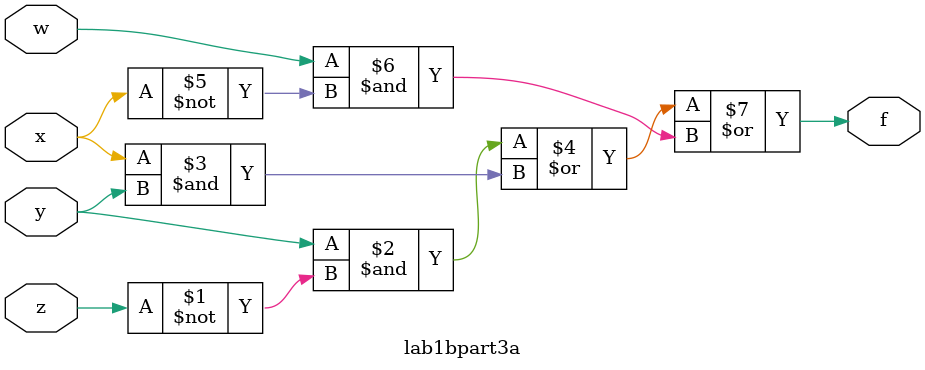
<source format=v>
module lab1bpart3a(w, x, y, z, f);
input w, x, y, z;
output f;

assign f = (y & ~z) |  (x & y) | (w & ~x);

endmodule 
</source>
